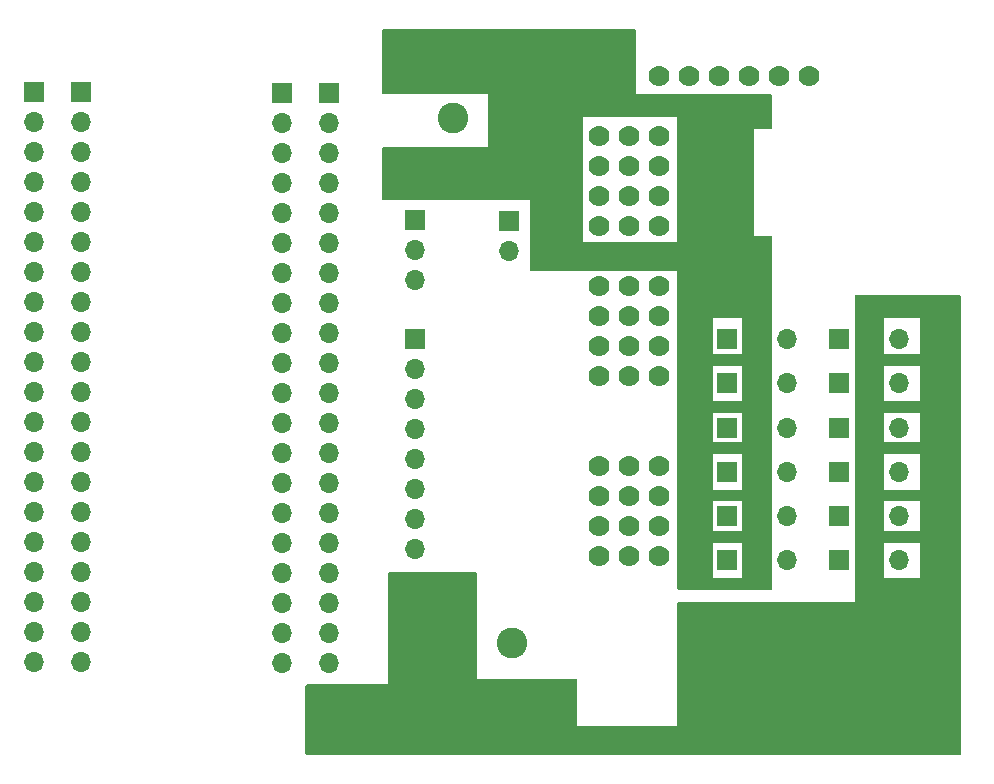
<source format=gbr>
%TF.GenerationSoftware,KiCad,Pcbnew,9.0.0*%
%TF.CreationDate,2025-03-26T16:22:17-04:00*%
%TF.ProjectId,spotmicro17mm,73706f74-6d69-4637-926f-31376d6d2e6b,rev?*%
%TF.SameCoordinates,Original*%
%TF.FileFunction,Copper,L3,Inr*%
%TF.FilePolarity,Positive*%
%FSLAX46Y46*%
G04 Gerber Fmt 4.6, Leading zero omitted, Abs format (unit mm)*
G04 Created by KiCad (PCBNEW 9.0.0) date 2025-03-26 16:22:17*
%MOMM*%
%LPD*%
G01*
G04 APERTURE LIST*
G04 Aperture macros list*
%AMRoundRect*
0 Rectangle with rounded corners*
0 $1 Rounding radius*
0 $2 $3 $4 $5 $6 $7 $8 $9 X,Y pos of 4 corners*
0 Add a 4 corners polygon primitive as box body*
4,1,4,$2,$3,$4,$5,$6,$7,$8,$9,$2,$3,0*
0 Add four circle primitives for the rounded corners*
1,1,$1+$1,$2,$3*
1,1,$1+$1,$4,$5*
1,1,$1+$1,$6,$7*
1,1,$1+$1,$8,$9*
0 Add four rect primitives between the rounded corners*
20,1,$1+$1,$2,$3,$4,$5,0*
20,1,$1+$1,$4,$5,$6,$7,0*
20,1,$1+$1,$6,$7,$8,$9,0*
20,1,$1+$1,$8,$9,$2,$3,0*%
G04 Aperture macros list end*
%TA.AperFunction,ComponentPad*%
%ADD10R,1.700000X1.700000*%
%TD*%
%TA.AperFunction,ComponentPad*%
%ADD11O,1.700000X1.700000*%
%TD*%
%TA.AperFunction,ComponentPad*%
%ADD12RoundRect,0.250000X1.050000X1.050000X-1.050000X1.050000X-1.050000X-1.050000X1.050000X-1.050000X0*%
%TD*%
%TA.AperFunction,ComponentPad*%
%ADD13C,2.600000*%
%TD*%
%TA.AperFunction,ComponentPad*%
%ADD14RoundRect,0.250000X-1.050000X-1.050000X1.050000X-1.050000X1.050000X1.050000X-1.050000X1.050000X0*%
%TD*%
%TA.AperFunction,ComponentPad*%
%ADD15C,1.778000*%
%TD*%
%TA.AperFunction,Conductor*%
%ADD16C,1.700000*%
%TD*%
G04 APERTURE END LIST*
D10*
%TO.N,/PWM-7*%
%TO.C,J9*%
X146170000Y-88000000D03*
D11*
%TO.N,/S2-PWR*%
X148710000Y-88000000D03*
%TO.N,/S2-GND*%
X151250000Y-88000000D03*
%TD*%
D10*
%TO.N,/ESP-32Pin*%
%TO.C,J14*%
X91500000Y-63360000D03*
D11*
X91500000Y-65900000D03*
X91500000Y-68440000D03*
X91500000Y-70980000D03*
X91500000Y-73520000D03*
X91500000Y-76060000D03*
X91500000Y-78600000D03*
X91500000Y-81140000D03*
X91500000Y-83680000D03*
X91500000Y-86220000D03*
X91500000Y-88760000D03*
X91500000Y-91300000D03*
X91500000Y-93840000D03*
X91500000Y-96380000D03*
X91500000Y-98920000D03*
X91500000Y-101460000D03*
X91500000Y-104000000D03*
X91500000Y-106540000D03*
X91500000Y-109080000D03*
X91500000Y-111620000D03*
%TD*%
D10*
%TO.N,/PWM-4*%
%TO.C,J6*%
X155670000Y-99250000D03*
D11*
%TO.N,/S1-PWR*%
X158210000Y-99250000D03*
%TO.N,/S1-GND*%
X160750000Y-99250000D03*
%TD*%
D10*
%TO.N,/Global SCL*%
%TO.C,J18*%
X127750000Y-74250000D03*
D11*
%TO.N,/Global SDA*%
X127750000Y-76790000D03*
%TD*%
D12*
%TO.N,/S2-PWR*%
%TO.C,J21*%
X127993453Y-65577500D03*
D13*
%TO.N,/S2-GND*%
X122993453Y-65577500D03*
%TD*%
D10*
%TO.N,/PWM-2*%
%TO.C,J4*%
X155670000Y-91750000D03*
D11*
%TO.N,/S1-PWR*%
X158210000Y-91750000D03*
%TO.N,/S1-GND*%
X160750000Y-91750000D03*
%TD*%
D10*
%TO.N,/ESP-32Pin*%
%TO.C,J17*%
X112500000Y-63400000D03*
D11*
X112500000Y-65940000D03*
X112500000Y-68480000D03*
X112500000Y-71020000D03*
X112500000Y-73560000D03*
X112500000Y-76100000D03*
X112500000Y-78640000D03*
X112500000Y-81180000D03*
X112500000Y-83720000D03*
X112500000Y-86260000D03*
X112500000Y-88800000D03*
X112500000Y-91340000D03*
X112500000Y-93880000D03*
X112500000Y-96420000D03*
X112500000Y-98960000D03*
X112500000Y-101500000D03*
X112500000Y-104040000D03*
X112500000Y-106580000D03*
X112500000Y-109120000D03*
X112500000Y-111660000D03*
%TD*%
D10*
%TO.N,/PWM-11*%
%TO.C,J13*%
X146170000Y-103000000D03*
D11*
%TO.N,/S2-PWR*%
X148710000Y-103000000D03*
%TO.N,/S2-GND*%
X151250000Y-103000000D03*
%TD*%
D10*
%TO.N,/PWM-1*%
%TO.C,J3*%
X155670000Y-88000000D03*
D11*
%TO.N,/S1-PWR*%
X158210000Y-88000000D03*
%TO.N,/S1-GND*%
X160750000Y-88000000D03*
%TD*%
D10*
%TO.N,/ESP-32Pin*%
%TO.C,J15*%
X108500000Y-63400000D03*
D11*
X108500000Y-65940000D03*
X108500000Y-68480000D03*
X108500000Y-71020000D03*
X108500000Y-73560000D03*
X108500000Y-76100000D03*
X108500000Y-78640000D03*
X108500000Y-81180000D03*
X108500000Y-83720000D03*
X108500000Y-86260000D03*
X108500000Y-88800000D03*
X108500000Y-91340000D03*
X108500000Y-93880000D03*
X108500000Y-96420000D03*
X108500000Y-98960000D03*
X108500000Y-101500000D03*
X108500000Y-104040000D03*
X108500000Y-106580000D03*
X108500000Y-109120000D03*
X108500000Y-111660000D03*
%TD*%
D10*
%TO.N,/PWM-9*%
%TO.C,J11*%
X146170000Y-95500000D03*
D11*
%TO.N,/S2-PWR*%
X148710000Y-95500000D03*
%TO.N,/S2-GND*%
X151250000Y-95500000D03*
%TD*%
D14*
%TO.N,/S1-PWR*%
%TO.C,J1*%
X123000000Y-110000000D03*
D13*
%TO.N,/S1-GND*%
X128000000Y-110000000D03*
%TD*%
D10*
%TO.N,/ESP-32Pin*%
%TO.C,J16*%
X87500000Y-63360000D03*
D11*
X87500000Y-65900000D03*
X87500000Y-68440000D03*
X87500000Y-70980000D03*
X87500000Y-73520000D03*
X87500000Y-76060000D03*
X87500000Y-78600000D03*
X87500000Y-81140000D03*
X87500000Y-83680000D03*
X87500000Y-86220000D03*
X87500000Y-88760000D03*
X87500000Y-91300000D03*
X87500000Y-93840000D03*
X87500000Y-96380000D03*
X87500000Y-98920000D03*
X87500000Y-101460000D03*
X87500000Y-104000000D03*
X87500000Y-106540000D03*
X87500000Y-109080000D03*
X87500000Y-111620000D03*
%TD*%
D10*
%TO.N,/PWM-6*%
%TO.C,J8*%
X146170000Y-84250000D03*
D11*
%TO.N,/S2-PWR*%
X148710000Y-84250000D03*
%TO.N,/S2-GND*%
X151250000Y-84250000D03*
%TD*%
D10*
%TO.N,/PWM-3*%
%TO.C,J5*%
X155670000Y-95500000D03*
D11*
%TO.N,/S1-PWR*%
X158210000Y-95500000D03*
%TO.N,/S1-GND*%
X160750000Y-95500000D03*
%TD*%
D10*
%TO.N,/PWM-8*%
%TO.C,J10*%
X146170000Y-91750000D03*
D11*
%TO.N,/S2-PWR*%
X148710000Y-91750000D03*
%TO.N,/S2-GND*%
X151250000Y-91750000D03*
%TD*%
D10*
%TO.N,/ESP32-3v3*%
%TO.C,J20*%
X119800000Y-84260000D03*
D11*
%TO.N,/ESP32-GND*%
X119800000Y-86800000D03*
%TO.N,/Global SCL*%
X119800000Y-89340000D03*
%TO.N,/Global SDA*%
X119800000Y-91880000D03*
%TO.N,unconnected-(J20-Pin_5-Pad5)*%
X119800000Y-94420000D03*
%TO.N,unconnected-(J20-Pin_6-Pad6)*%
X119800000Y-96960000D03*
%TO.N,unconnected-(J20-Pin_7-Pad7)*%
X119800000Y-99500000D03*
%TO.N,unconnected-(J20-Pin_8-Pad8)*%
X119800000Y-102040000D03*
%TD*%
D10*
%TO.N,/PWM-10*%
%TO.C,J12*%
X146170000Y-99250000D03*
D11*
%TO.N,/S2-PWR*%
X148710000Y-99250000D03*
%TO.N,/S2-GND*%
X151250000Y-99250000D03*
%TD*%
D10*
%TO.N,/ESP32-GND*%
%TO.C,J19*%
X119750000Y-74210000D03*
D11*
%TO.N,/ESP32-3v3*%
X119750000Y-76750000D03*
%TO.N,/ESP32-5v*%
X119750000Y-79290000D03*
%TD*%
D10*
%TO.N,/PWM-5*%
%TO.C,J7*%
X155670000Y-103000000D03*
D11*
%TO.N,/S1-PWR*%
X158210000Y-103000000D03*
%TO.N,/S1-GND*%
X160750000Y-103000000D03*
%TD*%
D15*
%TO.N,/PWM-0*%
%TO.C,U2*%
X140440000Y-67050000D03*
%TO.N,/PWM-1*%
X140440000Y-69590000D03*
%TO.N,/PWM-2*%
X140440000Y-72130000D03*
%TO.N,/PWM-3*%
X140440000Y-74670000D03*
%TO.N,/PWM-4*%
X140440000Y-79750000D03*
%TO.N,/PWM-5*%
X140440000Y-82290000D03*
%TO.N,/PWM-6*%
X140440000Y-84830000D03*
%TO.N,/PWM-7*%
X140440000Y-87370000D03*
%TO.N,/PWM-8*%
X140440000Y-94990000D03*
%TO.N,/PWM-9*%
X140440000Y-97530000D03*
%TO.N,/PWM-10*%
X140440000Y-100070000D03*
%TO.N,/PWM-11*%
X140440000Y-102610000D03*
%TO.N,/ESP32-GND*%
X153140000Y-61970000D03*
%TO.N,N/C*%
X135360000Y-67050000D03*
X135360000Y-69590000D03*
X135360000Y-72130000D03*
X135360000Y-74670000D03*
X135360000Y-79750000D03*
X135360000Y-82290000D03*
X135360000Y-84830000D03*
X135360000Y-87370000D03*
X135360000Y-94990000D03*
X135360000Y-97530000D03*
X135360000Y-100070000D03*
X135360000Y-102610000D03*
X150600000Y-61970000D03*
%TO.N,/Global SCL*%
X148060000Y-61970000D03*
%TO.N,/Global SDA*%
X145520000Y-61970000D03*
%TO.N,unconnected-(U2-V+-PadV+_1)*%
X140440000Y-61970000D03*
%TO.N,N/C*%
X137900000Y-67050000D03*
X137900000Y-69590000D03*
X137900000Y-72130000D03*
X137900000Y-74670000D03*
X137900000Y-79750000D03*
X137900000Y-82290000D03*
X137900000Y-84830000D03*
X137900000Y-87370000D03*
X137900000Y-94990000D03*
X137900000Y-97530000D03*
X137900000Y-100070000D03*
X137900000Y-102610000D03*
%TO.N,/ESP32-5v*%
X142980000Y-61970000D03*
%TD*%
D10*
%TO.N,/PWM-0*%
%TO.C,J2*%
X155670000Y-84250000D03*
D11*
%TO.N,/S1-PWR*%
X158210000Y-84250000D03*
%TO.N,/S1-GND*%
X160750000Y-84250000D03*
%TD*%
D16*
%TO.N,/S1-PWR*%
X153000000Y-118500000D02*
X158210000Y-113290000D01*
X158210000Y-103000000D02*
X158210000Y-99250000D01*
X158210000Y-99250000D02*
X158210000Y-95500000D01*
X125500000Y-118500000D02*
X153000000Y-118500000D01*
X123000000Y-116000000D02*
X125500000Y-118500000D01*
X158210000Y-91750000D02*
X158210000Y-95500000D01*
X123000000Y-110000000D02*
X123000000Y-116000000D01*
X158210000Y-113290000D02*
X158210000Y-103000000D01*
X158210000Y-88000000D02*
X158210000Y-91750000D01*
X158210000Y-84250000D02*
X158210000Y-88000000D01*
%TO.N,/S2-PWR*%
X148710000Y-84250000D02*
X148710000Y-79710000D01*
X148710000Y-99250000D02*
X148710000Y-95500000D01*
X148710000Y-103000000D02*
X148710000Y-99250000D01*
X148710000Y-88000000D02*
X148710000Y-91750000D01*
X144000000Y-64500000D02*
X129070953Y-64500000D01*
X146000000Y-77000000D02*
X146000000Y-66500000D01*
X146000000Y-66500000D02*
X144000000Y-64500000D01*
X148710000Y-91750000D02*
X148710000Y-95500000D01*
X148710000Y-84250000D02*
X148710000Y-88000000D01*
X129070953Y-64500000D02*
X127993453Y-65577500D01*
X148710000Y-79710000D02*
X146000000Y-77000000D01*
%TD*%
%TA.AperFunction,Conductor*%
%TO.N,/S2-PWR*%
G36*
X150000000Y-105376000D02*
G01*
X149980315Y-105443039D01*
X149927511Y-105488794D01*
X149876000Y-105500000D01*
X147500000Y-105500000D01*
X147500000Y-104500000D01*
X150000000Y-104500000D01*
X150000000Y-105376000D01*
G37*
%TD.AperFunction*%
%TD*%
%TA.AperFunction,Conductor*%
%TO.N,/S2-PWR*%
G36*
X134000000Y-76000000D02*
G01*
X142000000Y-76000000D01*
X142000000Y-78500000D01*
X129624000Y-78500000D01*
X129556961Y-78480315D01*
X129511206Y-78427511D01*
X129500000Y-78376000D01*
X129500000Y-72500000D01*
X134000000Y-72500000D01*
X134000000Y-76000000D01*
G37*
%TD.AperFunction*%
%TD*%
%TA.AperFunction,Conductor*%
%TO.N,/S1-PWR*%
G36*
X159500000Y-105000000D02*
G01*
X166000000Y-105000000D01*
X166000000Y-119376000D01*
X165980315Y-119443039D01*
X165927511Y-119488794D01*
X165876000Y-119500000D01*
X110624000Y-119500000D01*
X110556961Y-119480315D01*
X110511206Y-119427511D01*
X110500000Y-119376000D01*
X110500000Y-113624000D01*
X110519685Y-113556961D01*
X110572489Y-113511206D01*
X110624000Y-113500000D01*
X117500000Y-113500000D01*
X117500000Y-104124000D01*
X117519685Y-104056961D01*
X117572489Y-104011206D01*
X117624000Y-104000000D01*
X124876000Y-104000000D01*
X124943039Y-104019685D01*
X124988794Y-104072489D01*
X125000000Y-104124000D01*
X125000000Y-113000000D01*
X133376000Y-113000000D01*
X133443039Y-113019685D01*
X133488794Y-113072489D01*
X133500000Y-113124000D01*
X133500000Y-117000000D01*
X142000000Y-117000000D01*
X142000000Y-106624000D01*
X142019685Y-106556961D01*
X142072489Y-106511206D01*
X142124000Y-106500000D01*
X157000000Y-106500000D01*
X157000000Y-82500000D01*
X159500000Y-82500000D01*
X159500000Y-105000000D01*
G37*
%TD.AperFunction*%
%TD*%
%TA.AperFunction,Conductor*%
%TO.N,/S1-PWR*%
G36*
X165943039Y-80519685D02*
G01*
X165988794Y-80572489D01*
X166000000Y-80624000D01*
X166000000Y-105000000D01*
X159500000Y-105000000D01*
X159500000Y-104500000D01*
X162500000Y-104500000D01*
X162500000Y-101500000D01*
X159500000Y-101500000D01*
X159500000Y-100500000D01*
X162500000Y-100500000D01*
X162500000Y-98000000D01*
X159500000Y-98000000D01*
X159500000Y-97000000D01*
X162500000Y-97000000D01*
X162500000Y-94000000D01*
X159500000Y-94000000D01*
X159500000Y-93000000D01*
X162500000Y-93000000D01*
X162500000Y-90500000D01*
X159500000Y-90500000D01*
X159500000Y-89500000D01*
X162500000Y-89500000D01*
X162500000Y-86500000D01*
X159500000Y-86500000D01*
X159500000Y-85500000D01*
X162500000Y-85500000D01*
X162500000Y-82500000D01*
X159500000Y-82500000D01*
X157000000Y-82500000D01*
X157000000Y-80624000D01*
X157019685Y-80556961D01*
X157072489Y-80511206D01*
X157124000Y-80500000D01*
X165876000Y-80500000D01*
X165943039Y-80519685D01*
G37*
%TD.AperFunction*%
%TD*%
%TA.AperFunction,Conductor*%
%TO.N,/S2-PWR*%
G36*
X145000000Y-85500000D02*
G01*
X147500000Y-85500000D01*
X147500000Y-86500000D01*
X145000000Y-86500000D01*
X145000000Y-89500000D01*
X147500000Y-89500000D01*
X147500000Y-90500000D01*
X145000000Y-90500000D01*
X145000000Y-93000000D01*
X147500000Y-93000000D01*
X147500000Y-94000000D01*
X145000000Y-94000000D01*
X145000000Y-97000000D01*
X147500000Y-97000000D01*
X147500000Y-98000000D01*
X145000000Y-98000000D01*
X145000000Y-100500000D01*
X148000000Y-100500000D01*
X148000000Y-101500000D01*
X145000000Y-101500000D01*
X145000000Y-104500000D01*
X147500000Y-104500000D01*
X147500000Y-105500000D01*
X142124000Y-105500000D01*
X142056961Y-105480315D01*
X142011206Y-105427511D01*
X142000000Y-105376000D01*
X142000000Y-82500000D01*
X145000000Y-82500000D01*
X145000000Y-85500000D01*
G37*
%TD.AperFunction*%
%TD*%
%TA.AperFunction,Conductor*%
%TO.N,/S2-PWR*%
G36*
X138443039Y-58019685D02*
G01*
X138488794Y-58072489D01*
X138500000Y-58124000D01*
X138500000Y-63500000D01*
X149876000Y-63500000D01*
X149943039Y-63519685D01*
X149988794Y-63572489D01*
X150000000Y-63624000D01*
X150000000Y-66376000D01*
X149980315Y-66443039D01*
X149927511Y-66488794D01*
X149876000Y-66500000D01*
X148500000Y-66500000D01*
X148500000Y-75500000D01*
X149876000Y-75500000D01*
X149943039Y-75519685D01*
X149988794Y-75572489D01*
X150000000Y-75624000D01*
X150000000Y-104500000D01*
X147500000Y-104500000D01*
X147500000Y-101500000D01*
X148000000Y-101500000D01*
X148000000Y-100500000D01*
X147500000Y-100500000D01*
X147500000Y-82500000D01*
X145000000Y-82500000D01*
X142000000Y-82500000D01*
X142000000Y-65500000D01*
X134000000Y-65500000D01*
X134000000Y-72500000D01*
X117124000Y-72500000D01*
X117056961Y-72480315D01*
X117011206Y-72427511D01*
X117000000Y-72376000D01*
X117000000Y-68124000D01*
X117019685Y-68056961D01*
X117072489Y-68011206D01*
X117124000Y-68000000D01*
X126000000Y-68000000D01*
X126000000Y-63500000D01*
X117124000Y-63500000D01*
X117056961Y-63480315D01*
X117011206Y-63427511D01*
X117000000Y-63376000D01*
X117000000Y-58124000D01*
X117019685Y-58056961D01*
X117072489Y-58011206D01*
X117124000Y-58000000D01*
X138376000Y-58000000D01*
X138443039Y-58019685D01*
G37*
%TD.AperFunction*%
%TD*%
M02*

</source>
